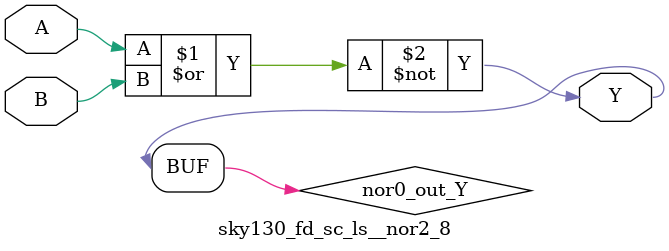
<source format=v>
/*
 * Copyright 2020 The SkyWater PDK Authors
 *
 * Licensed under the Apache License, Version 2.0 (the "License");
 * you may not use this file except in compliance with the License.
 * You may obtain a copy of the License at
 *
 *     https://www.apache.org/licenses/LICENSE-2.0
 *
 * Unless required by applicable law or agreed to in writing, software
 * distributed under the License is distributed on an "AS IS" BASIS,
 * WITHOUT WARRANTIES OR CONDITIONS OF ANY KIND, either express or implied.
 * See the License for the specific language governing permissions and
 * limitations under the License.
 *
 * SPDX-License-Identifier: Apache-2.0
*/


`ifndef SKY130_FD_SC_LS__NOR2_8_FUNCTIONAL_V
`define SKY130_FD_SC_LS__NOR2_8_FUNCTIONAL_V

/**
 * nor2: 2-input NOR.
 *
 * Verilog simulation functional model.
 */

`timescale 1ns / 1ps
`default_nettype none

`celldefine
module sky130_fd_sc_ls__nor2_8 (
    Y,
    A,
    B
);

    // Module ports
    output Y;
    input  A;
    input  B;

    // Local signals
    wire nor0_out_Y;

    //  Name  Output      Other arguments
    nor nor0 (nor0_out_Y, A, B           );
    buf buf0 (Y         , nor0_out_Y     );

endmodule
`endcelldefine

`default_nettype wire
`endif  // SKY130_FD_SC_LS__NOR2_8_FUNCTIONAL_V

</source>
